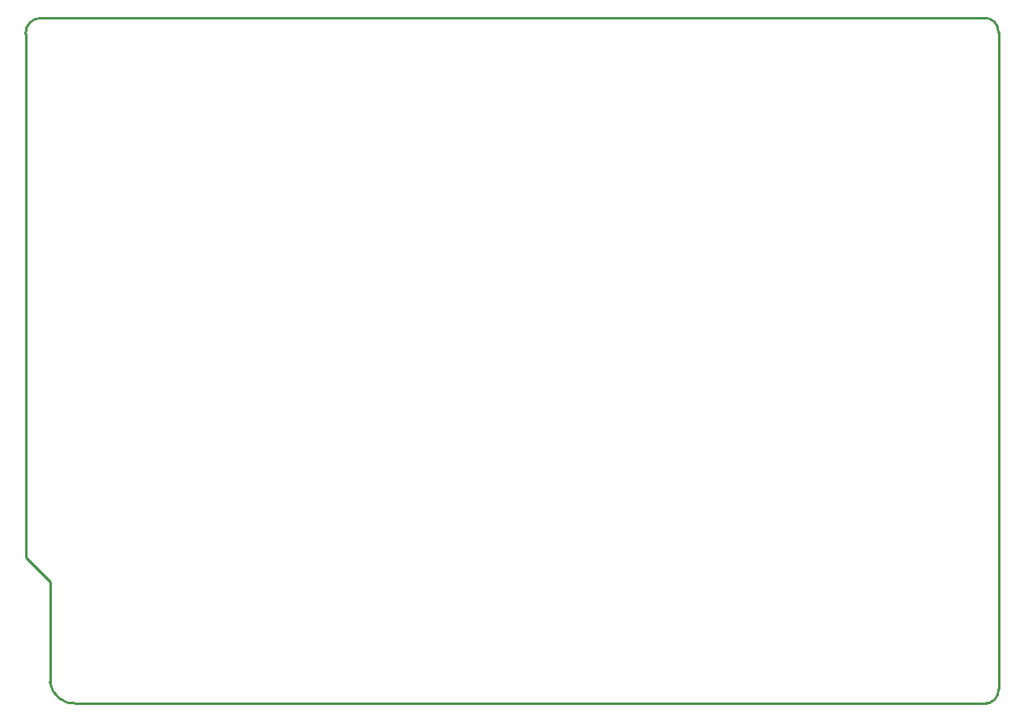
<source format=gko>
G04 Layer: BoardOutlineLayer*
G04 EasyEDA v6.4.31, 2022-02-04 23:24:27*
G04 1551f2279af443638085206af3fd0dcc,e8ed4560e5824e1ea3c46bb2bbde2574,10*
G04 Gerber Generator version 0.2*
G04 Scale: 100 percent, Rotated: No, Reflected: No *
G04 Dimensions in millimeters *
G04 leading zeros omitted , absolute positions ,4 integer and 5 decimal *
%FSLAX45Y45*%
%MOMM*%

%ADD10C,0.2540*%
D10*
X1905000Y-8001000D02*
G01*
X1409700Y-8001000D01*
X1498600Y-14935200D02*
G01*
X1498600Y-13893800D01*
X1244600Y-13639800D01*
X1244600Y-8166100D01*
X1905000Y-8001000D02*
G01*
X11264900Y-8001000D01*
X11404600Y-9804400D02*
G01*
X11404600Y-8153400D01*
X11404600Y-15011400D02*
G01*
X11404600Y-9804400D01*
X1778000Y-15163800D02*
G01*
X11277600Y-15163800D01*
G75*
G01*
X1498600Y-14935200D02*
G03*
X1778000Y-15163800I256768J28783D01*
G75*
G01*
X1409700Y-8001000D02*
G03*
X1244600Y-8166100I-8009J-157091D01*
G75*
G01*
X11404600Y-8153400D02*
G03*
X11243734Y-8001000I-143962J9142D01*
G75*
G01*
X11247514Y-15163800D02*
G03*
X11404600Y-15011400I16238J140420D01*

%LPD*%
M02*

</source>
